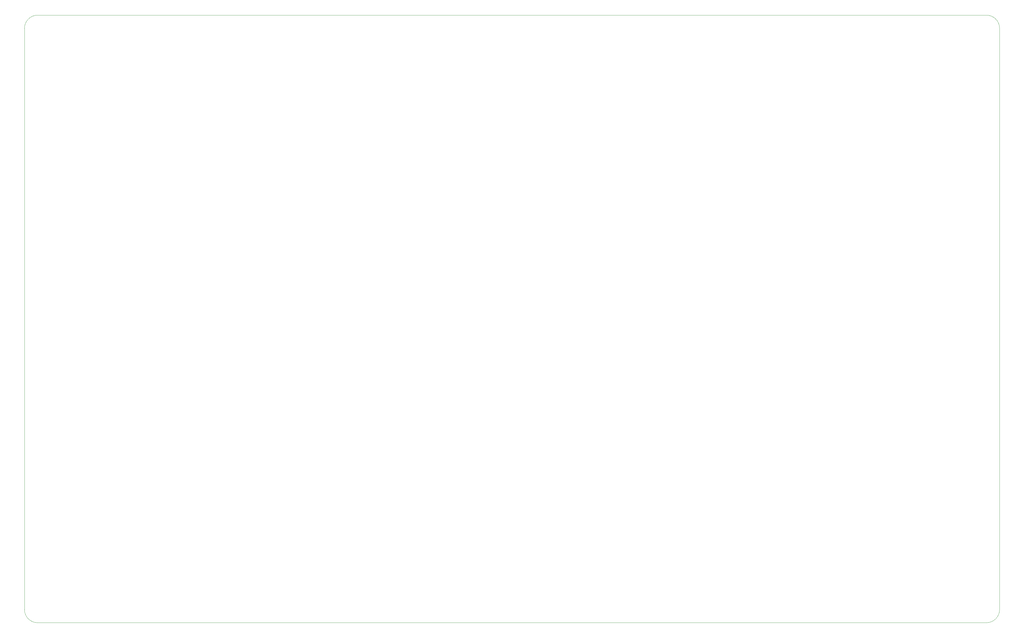
<source format=gbr>
%TF.GenerationSoftware,KiCad,Pcbnew,9.0.5*%
%TF.CreationDate,2025-11-19T13:11:48+02:00*%
%TF.ProjectId,KICAD PEQ,4b494341-4420-4504-9551-2e6b69636164,rev?*%
%TF.SameCoordinates,Original*%
%TF.FileFunction,Profile,NP*%
%FSLAX46Y46*%
G04 Gerber Fmt 4.6, Leading zero omitted, Abs format (unit mm)*
G04 Created by KiCad (PCBNEW 9.0.5) date 2025-11-19 13:11:48*
%MOMM*%
%LPD*%
G01*
G04 APERTURE LIST*
%TA.AperFunction,Profile*%
%ADD10C,0.050000*%
%TD*%
G04 APERTURE END LIST*
D10*
X368935000Y-240665000D02*
G75*
G02*
X364490000Y-245110000I-4445000J0D01*
G01*
X368935000Y-240665000D02*
X368935000Y-45720000D01*
X364490000Y-41275000D02*
G75*
G02*
X368935000Y-45720000I0J-4445000D01*
G01*
X41910000Y-45720000D02*
G75*
G02*
X46355000Y-41275000I4445000J0D01*
G01*
X364490000Y-41275000D02*
X46355000Y-41275000D01*
X41910000Y-45720000D02*
X41910000Y-240665000D01*
X46355000Y-245110000D02*
X364490000Y-245110000D01*
X46355000Y-245110000D02*
G75*
G02*
X41910000Y-240665000I0J4445000D01*
G01*
M02*

</source>
